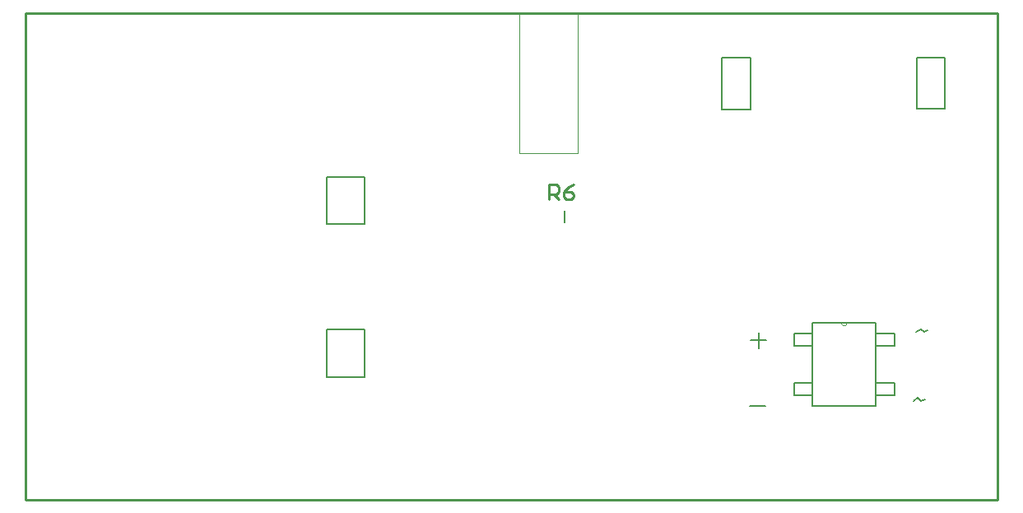
<source format=gbo>
G04*
G04 #@! TF.GenerationSoftware,Altium Limited,Altium Designer,18.0.12 (696)*
G04*
G04 Layer_Color=32896*
%FSLAX43Y43*%
%MOMM*%
G71*
G01*
G75*
%ADD10C,0.200*%
%ADD11C,0.000*%
%ADD13C,0.254*%
%ADD14C,0.127*%
%ADD16C,0.152*%
%ADD18C,0.198*%
D10*
X131826Y53883D02*
Y55083D01*
D11*
X160301Y43567D02*
G03*
X160911Y43567I305J0D01*
G01*
X133200Y75509D02*
X127200D01*
X133200Y61009D02*
X127200D01*
Y75509D01*
X133200Y61009D02*
Y72809D01*
X133200Y71397D02*
Y75509D01*
D13*
X130277Y56236D02*
Y57759D01*
X131038D01*
X131292Y57505D01*
Y56997D01*
X131038Y56743D01*
X130277D01*
X130784D02*
X131292Y56236D01*
X132816Y57759D02*
X132308Y57505D01*
X131800Y56997D01*
Y56490D01*
X132054Y56236D01*
X132562D01*
X132816Y56490D01*
Y56743D01*
X132562Y56997D01*
X131800D01*
X176403Y25400D02*
X76403D01*
Y75413D01*
X176403D02*
X76403D01*
X176403Y25400D02*
Y75413D01*
D14*
X111305Y37999D02*
Y42899D01*
X107405Y37999D02*
Y42899D01*
X111305D02*
X107405D01*
X111305Y37999D02*
X107405D01*
X111305Y53699D02*
X107405D01*
X111305Y58599D02*
X107405D01*
Y53699D02*
Y58599D01*
X111305Y53699D02*
Y58599D01*
X150956Y65500D02*
X148056D01*
X150956D02*
Y70800D01*
X148056D01*
Y65500D02*
Y70800D01*
X170956Y70850D02*
X168056D01*
Y65550D02*
Y70850D01*
X170956Y65550D02*
X168056D01*
X170956D02*
Y70850D01*
D16*
X157355Y41230D02*
Y42450D01*
X155450D01*
Y41230D02*
Y42450D01*
X157355Y41230D02*
X155450D01*
X157355Y36150D02*
Y37370D01*
X155450D01*
Y36150D02*
Y37370D01*
X157355Y36150D02*
X155450D01*
X163857D02*
Y37370D01*
X165762Y36150D02*
X163857D01*
X165762D02*
Y37370D01*
X163857D01*
Y41230D02*
Y42450D01*
X165762Y41230D02*
X163857D01*
X165762D02*
Y42450D01*
X163857D01*
Y35033D02*
X157355D01*
X163857D02*
Y43567D01*
X160911D01*
X160301D01*
X157355D01*
Y35033D02*
Y43567D01*
D18*
X167745Y35564D02*
X168192Y35832D01*
X168549Y35564D01*
X168906Y35742D01*
X168042Y42657D02*
X168488Y42925D01*
X168845Y42657D01*
X169202Y42836D01*
X150941Y35038D02*
X152548D01*
X151817Y42569D02*
Y40962D01*
X151014Y41765D02*
X152620D01*
M02*

</source>
